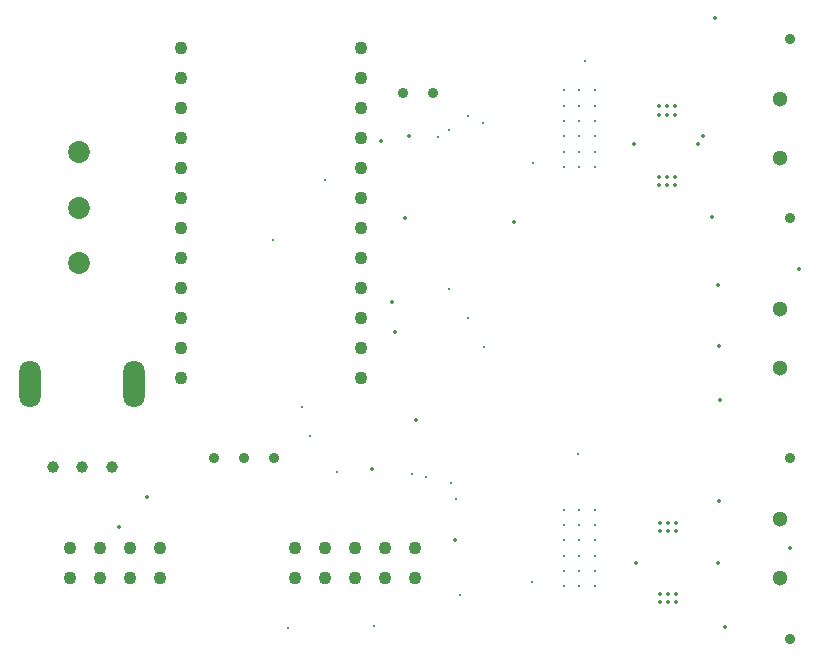
<source format=gbr>
%TF.GenerationSoftware,Altium Limited,Altium Designer,23.9.2 (47)*%
G04 Layer_Color=0*
%FSLAX45Y45*%
%MOMM*%
%TF.SameCoordinates,FB2876E6-207A-4176-94B4-128B36F1A8A2*%
%TF.FilePolarity,Positive*%
%TF.FileFunction,Plated,1,2,PTH,Drill*%
%TF.Part,Single*%
G01*
G75*
%TA.AperFunction,ComponentDrill*%
%ADD54C,1.10000*%
%ADD55C,0.90000*%
%ADD56C,1.00000*%
%ADD57O,1.80000X4.00000*%
%ADD58C,1.30000*%
%ADD59C,1.85420*%
%TA.AperFunction,ViaDrill,NotFilled*%
%ADD60C,0.35000*%
%ADD61C,0.30000*%
D54*
X12065000Y3556000D02*
D03*
X11811000D02*
D03*
X12065000Y3302000D02*
D03*
X11811000D02*
D03*
X11557000Y3556000D02*
D03*
Y3302000D02*
D03*
X11303000Y3556000D02*
D03*
Y3302000D02*
D03*
X13774501Y5000498D02*
D03*
X12250501Y7794498D02*
D03*
Y7540498D02*
D03*
Y7286498D02*
D03*
Y7032498D02*
D03*
Y6778498D02*
D03*
Y6524498D02*
D03*
Y6270498D02*
D03*
Y6016498D02*
D03*
Y5762498D02*
D03*
Y5508498D02*
D03*
Y5254498D02*
D03*
X13774501D02*
D03*
Y5508498D02*
D03*
Y5762498D02*
D03*
Y6016498D02*
D03*
Y6270498D02*
D03*
Y6524498D02*
D03*
Y6778498D02*
D03*
Y7032498D02*
D03*
Y7286498D02*
D03*
Y7540498D02*
D03*
Y7794498D02*
D03*
X12250501Y5000498D02*
D03*
X14224001Y3556000D02*
D03*
X13970000D02*
D03*
X14224001Y3302000D02*
D03*
X13970000D02*
D03*
X13716000Y3556000D02*
D03*
Y3302000D02*
D03*
X13462000Y3556000D02*
D03*
Y3302000D02*
D03*
X13208000Y3556000D02*
D03*
Y3302000D02*
D03*
D55*
X13034000Y4320002D02*
D03*
X12780000D02*
D03*
X12526000D02*
D03*
X17400002Y2790002D02*
D03*
Y4320002D02*
D03*
X14126003Y7409998D02*
D03*
X14380002D02*
D03*
X17400002Y7870002D02*
D03*
Y6350000D02*
D03*
D56*
X11660002Y4249999D02*
D03*
X11410000D02*
D03*
X11159998D02*
D03*
D57*
X11849999Y4949998D02*
D03*
X10970001D02*
D03*
D58*
X17317004Y6862003D02*
D03*
Y7362002D02*
D03*
Y5084003D02*
D03*
Y5584002D02*
D03*
Y3306003D02*
D03*
Y3806002D02*
D03*
D59*
X11380003Y5970102D02*
D03*
Y6440002D02*
D03*
Y6909902D02*
D03*
D60*
X14570000Y3630000D02*
D03*
X11960000Y3990000D02*
D03*
X11720000Y3740000D02*
D03*
X15070000Y6320000D02*
D03*
X16770000Y8050000D02*
D03*
X16670000Y7050000D02*
D03*
X16620000Y6980000D02*
D03*
X16080000D02*
D03*
X17480000Y5920000D02*
D03*
X16739999Y6360000D02*
D03*
X16789999Y5790000D02*
D03*
X16800000Y5270000D02*
D03*
X16810001Y4810000D02*
D03*
X16800000Y3960000D02*
D03*
X16850000Y2890000D02*
D03*
X17400000Y3560000D02*
D03*
X16100000Y3430000D02*
D03*
X16789999D02*
D03*
X13860001Y4230000D02*
D03*
X14030000Y5640000D02*
D03*
X14060001Y5390000D02*
D03*
X14239999Y4640000D02*
D03*
X14139999Y6350000D02*
D03*
X14180000Y7050000D02*
D03*
X13939999Y7010000D02*
D03*
X16299998Y3170001D02*
D03*
X16370000D02*
D03*
X16439998D02*
D03*
X16299998Y3099999D02*
D03*
X16370000D02*
D03*
X16439998D02*
D03*
X16299998Y3700003D02*
D03*
X16370000D02*
D03*
X16439998D02*
D03*
X16299998Y3770000D02*
D03*
X16370000D02*
D03*
X16439998D02*
D03*
X16430000Y7300001D02*
D03*
X16359998D02*
D03*
X16289999D02*
D03*
X16430000Y7229998D02*
D03*
X16359998D02*
D03*
X16289999D02*
D03*
X16430000Y6629999D02*
D03*
X16359998D02*
D03*
X16289999D02*
D03*
X16430000Y6700002D02*
D03*
X16359998D02*
D03*
X16289999D02*
D03*
D61*
X13030000Y6170000D02*
D03*
X13470000Y6680000D02*
D03*
X14200000Y4190000D02*
D03*
X13339999Y4510000D02*
D03*
X13274600Y4750000D02*
D03*
X14610001Y3160000D02*
D03*
X13570000Y4200000D02*
D03*
X14810001Y5260000D02*
D03*
X14680000Y5510000D02*
D03*
X14520000Y5750000D02*
D03*
X14320000Y4160000D02*
D03*
X14574313Y3975686D02*
D03*
X14530000Y4110000D02*
D03*
X14680000Y7220000D02*
D03*
X14800000Y7159600D02*
D03*
X14520000Y7100000D02*
D03*
X14420000Y7040000D02*
D03*
X15670000Y7680000D02*
D03*
X15610001Y4360000D02*
D03*
X15220000Y3270000D02*
D03*
X15230000Y6820000D02*
D03*
X13880000Y2900000D02*
D03*
X13150000Y2880000D02*
D03*
X15620000Y3235000D02*
D03*
Y3365002D02*
D03*
Y3494999D02*
D03*
Y3625002D02*
D03*
Y3754999D02*
D03*
Y3885001D02*
D03*
X15750002Y3235000D02*
D03*
Y3365002D02*
D03*
Y3494999D02*
D03*
Y3625002D02*
D03*
Y3754999D02*
D03*
Y3885001D02*
D03*
X15490002Y3235000D02*
D03*
Y3365002D02*
D03*
Y3494999D02*
D03*
Y3625002D02*
D03*
Y3754999D02*
D03*
Y3885001D02*
D03*
X15620000Y6785000D02*
D03*
Y6914998D02*
D03*
Y7045000D02*
D03*
Y7175002D02*
D03*
Y7304999D02*
D03*
Y7435002D02*
D03*
X15750002Y6785000D02*
D03*
Y6914998D02*
D03*
Y7045000D02*
D03*
Y7175002D02*
D03*
Y7304999D02*
D03*
Y7435002D02*
D03*
X15490002Y6785000D02*
D03*
Y6914998D02*
D03*
Y7045000D02*
D03*
Y7175002D02*
D03*
Y7304999D02*
D03*
Y7435002D02*
D03*
%TF.MD5,2f331be12e84af3af9c1b12a4401b8a3*%
M02*

</source>
